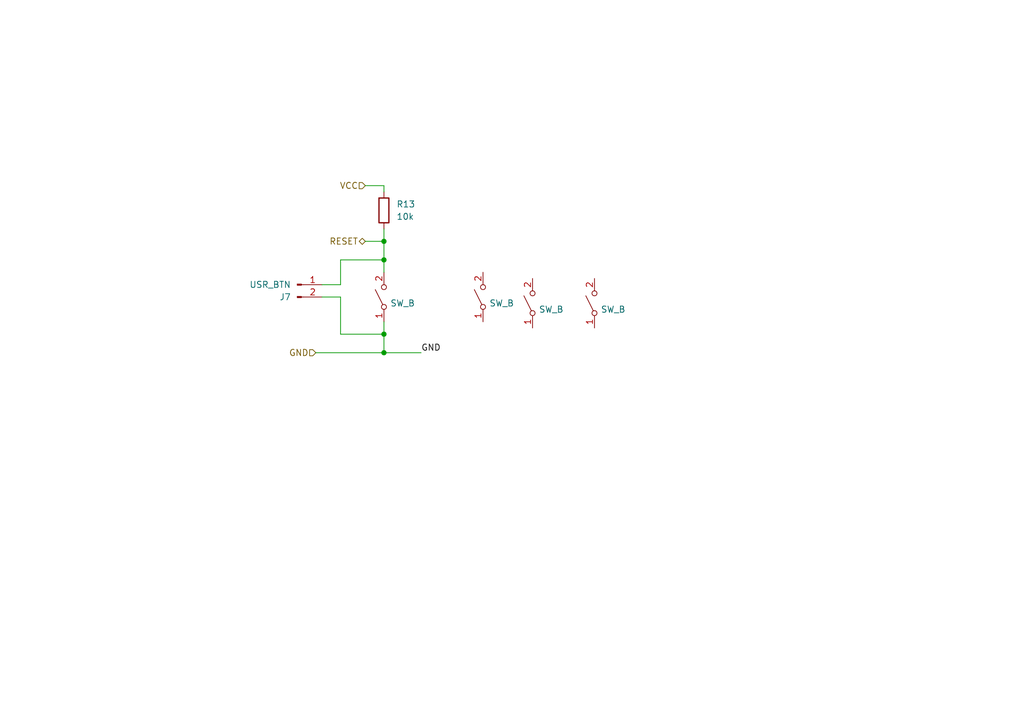
<source format=kicad_sch>
(kicad_sch (version 20250114) (generator "eeschema") (generator_version "9.0")
  (paper "A5")
  (title_block (title "REset") (date "2024-04-17") (rev "1.0"))
  (lib_symbols
    (symbol "Connector:Conn_01x02_Pin" (pin_names (offset 1.016) (hide yes))
      (property "Reference" "J" (at 0 2.54 0))
      (property "Value" "Conn_01x02_Pin" (at 0 -5.08 0))
      (symbol "Conn_01x02_Pin_1_1"
        (rectangle (start 0.8636 0.127) (end 0 -0.127) (stroke (width 0.1524)) (fill (type outline)))
        (rectangle (start 0.8636 -2.413) (end 0 -2.667) (stroke (width 0.1524)) (fill (type outline)))
        (polyline (pts (xy 1.27 0) (xy 0.8636 0)) (stroke (width 0.1524)))
        (polyline (pts (xy 1.27 -2.54) (xy 0.8636 -2.54)) (stroke (width 0.1524)))
        (pin passive line (at 5.08 0 180) (length 3.81) (name "Pin_1") (number "1"))
        (pin passive line (at 5.08 -2.54 180) (length 3.81) (name "Pin_2") (number "2"))
      )
    )
    (symbol "Device:R" (pin_numbers (hide yes)) (pin_names (offset 0))
      (property "Reference" "R" (at 2.032 0 90))
      (property "Value" "R" (at 0 0 90))
      (symbol "R_0_1"
        (rectangle (start -1.016 -2.54) (end 1.016 2.54) (stroke (width 0.254)))
      )
      (symbol "R_1_1"
        (pin passive line (at 0 3.81 270) (length 1.27) (name "~") (number "1"))
        (pin passive line (at 0 -3.81 90) (length 1.27) (name "~") (number "2"))
      )
    )
    (symbol "Switch:SW_DPST_x2" (pin_names (offset 0) (hide yes))
      (property "Reference" "SW" (at 0 3.175 0))
      (property "Value" "SW_DPST_x2" (at 0 -2.54 0))
      (symbol "SW_DPST_x2_0_0"
        (circle (center -2.032 0) (radius 0.508))
        (polyline (pts (xy -1.524 0.254) (xy 1.524 1.778)))
        (circle (center 2.032 0) (radius 0.508))
      )
      (symbol "SW_DPST_x2_1_1"
        (pin passive line (at -5.08 0 0) (length 2.54) (name "A") (number "1"))
        (pin passive line (at 5.08 0 180) (length 2.54) (name "B") (number "2"))
      )
      (symbol "SW_DPST_x2_2_1"
        (pin passive line (at -5.08 0 0) (length 2.54) (name "A") (number "3"))
        (pin passive line (at 5.08 0 180) (length 2.54) (name "B") (number "4"))
      )
    )
  )
  (junction (at 78.74 72.39))
  (junction (at 78.74 53.34))
  (junction (at 78.74 49.53))
  (junction (at 78.74 68.58))
  (wire (pts (xy 69.85 68.58) (xy 78.74 68.58)))
  (wire (pts (xy 66.04 60.96) (xy 69.85 60.96)))
  (wire (pts (xy 69.85 60.96) (xy 69.85 68.58)))
  (wire (pts (xy 69.85 58.42) (xy 69.85 53.34)))
  (wire (pts (xy 78.74 39.37) (xy 78.74 38.1)))
  (wire (pts (xy 78.74 46.99) (xy 78.74 49.53)))
  (wire (pts (xy 78.74 66.04) (xy 78.74 68.58)))
  (wire (pts (xy 69.85 53.34) (xy 78.74 53.34)))
  (wire (pts (xy 78.74 72.39) (xy 86.36 72.39)))
  (wire (pts (xy 64.77 72.39) (xy 78.74 72.39)))
  (wire (pts (xy 78.74 49.53) (xy 74.93 49.53)))
  (wire (pts (xy 74.93 38.1) (xy 78.74 38.1)))
  (wire (pts (xy 78.74 53.34) (xy 78.74 55.88)))
  (wire (pts (xy 66.04 58.42) (xy 69.85 58.42)))
  (wire (pts (xy 78.74 49.53) (xy 78.74 53.34)))
  (wire (pts (xy 78.74 68.58) (xy 78.74 72.39)))
  (label "GND" (at 86.36 72.39 0))
  (hierarchical_label "GND" (shape input) (at 64.77 72.39 180))
  (hierarchical_label "RESET" (shape bidirectional) (at 74.93 49.53 180))
  (hierarchical_label "VCC" (shape input) (at 74.93 38.1 180))
  (symbol (lib_id "Switch:SW_DPST_x2") (at 121.92 62.23 90) (unit 1)
    (property "Reference" "SW4" (effects (hide yes)))
    (property "Value" "SW_B" (at 123.19 63.4999 90) (effects (justify right)))
    (property "Footprint" "Button_Switch_THT:SW_PUSH_6mm_H8mm" (effects (hide yes)))
    (property "Description" "Single Pole Single Throw (SPST) switch, separate symbol" (effects (hide yes)))
  )
  (symbol (lib_id "Switch:SW_DPST_x2") (at 109.22 62.23 90) (unit 1)
    (property "Reference" "SW3" (effects (hide yes)))
    (property "Value" "SW_B" (at 110.49 63.4999 90) (effects (justify right)))
    (property "Footprint" "Button_Switch_THT:SW_PUSH_6mm_H8mm" (effects (hide yes)))
    (property "Description" "Single Pole Single Throw (SPST) switch, separate symbol" (effects (hide yes)))
  )
  (symbol (lib_id "Switch:SW_DPST_x2") (at 78.74 60.96 90) (unit 1)
    (property "Reference" "SW1" (effects (hide yes)))
    (property "Value" "SW_B" (at 80.01 62.2299 90) (effects (justify right)))
    (property "Footprint" "Button_Switch_THT:SW_PUSH_6mm_H8mm" (effects (hide yes)))
    (property "Description" "Single Pole Single Throw (SPST) switch, separate symbol" (effects (hide yes)))
    (instances (project "Weather" (path "" (reference "SW1") (unit 1))) (project "Tracker" (path "" (reference "SW4") (unit 1))))
  )
  (symbol (lib_id "Switch:SW_DPST_x2") (at 99.06 60.96 90) (unit 1)
    (property "Reference" "SW2" (effects (hide yes)))
    (property "Value" "SW_B" (at 100.33 62.2299 90) (effects (justify right)))
    (property "Footprint" "Button_Switch_THT:SW_PUSH_6mm_H8mm" (effects (hide yes)))
    (property "Description" "Single Pole Single Throw (SPST) switch, separate symbol" (effects (hide yes)))
  )
  (symbol (lib_id "Connector:Conn_01x02_Pin") (at 60.96 58.42 0) (unit 1) (in_bom no)
    (property "Reference" "J7" (at 59.69 60.9601 0) (effects (justify right)))
    (property "Value" "USR_BTN" (at 59.69 58.4201 0) (effects (justify right)))
    (property "Footprint" "TerminalBlock_Phoenix:TerminalBlock_Phoenix_MPT-0,5-2-2.54_1x02_P2.54mm_Horizontal" (effects (hide yes)))
    (instances (project "Weather" (path "" (reference "J7") (unit 1))) (project "Tracker" (path "" (reference "J5") (unit 1))))
  )
  (symbol (lib_id "Device:R") (at 78.74 43.18 0) (unit 1)
    (property "Reference" "R13" (at 81.28 41.9099 0) (effects (justify left)))
    (property "Value" "10k" (at 81.28 44.4499 0) (effects (justify left)))
    (property "Footprint" "Resistor_THT:R_Axial_DIN0207_L6.3mm_D2.5mm_P7.62mm_Horizontal" (effects (hide yes)))
    (instances (project "Weather" (path "" (reference "R13") (unit 1))) (project "Tracker" (path "" (reference "R29") (unit 1))))
  )
)
</source>
